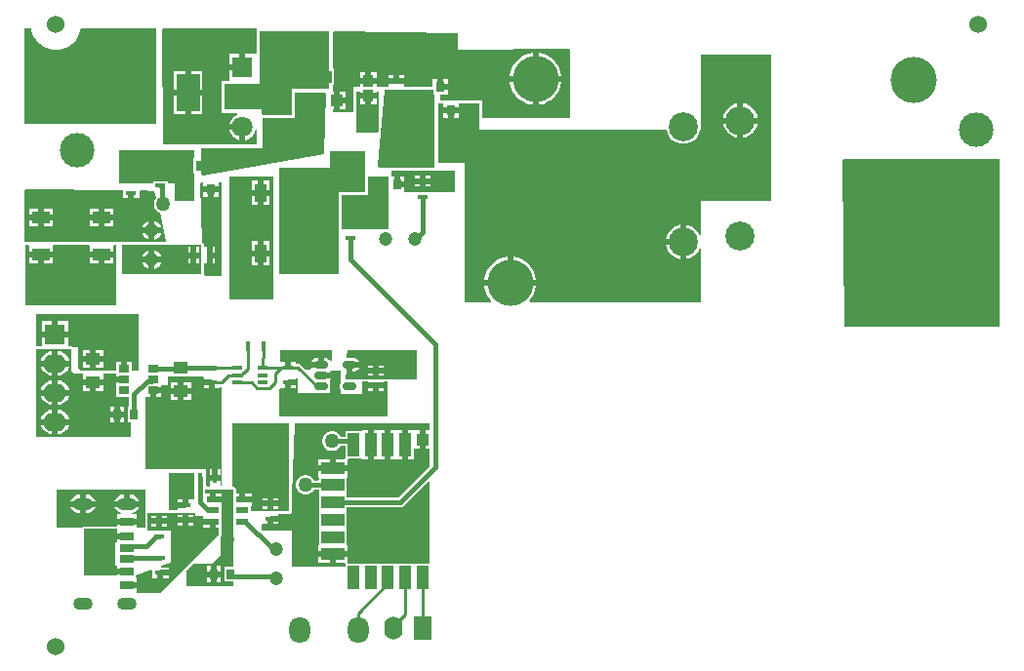
<source format=gbr>
G04*
G04 #@! TF.GenerationSoftware,Altium Limited,Altium Designer,23.0.1 (38)*
G04*
G04 Layer_Physical_Order=1*
G04 Layer_Color=255*
%FSLAX25Y25*%
%MOIN*%
G70*
G04*
G04 #@! TF.SameCoordinates,8278F28E-5B15-4BE8-8149-663F5D52C5DE*
G04*
G04*
G04 #@! TF.FilePolarity,Positive*
G04*
G01*
G75*
%ADD10C,0.01000*%
%ADD16R,0.03543X0.02756*%
%ADD17R,0.03543X0.03937*%
%ADD18R,0.04724X0.02756*%
%ADD19R,0.04724X0.02992*%
%ADD20R,0.04724X0.03150*%
%ADD21R,0.03543X0.01575*%
%ADD22R,0.03543X0.01968*%
%ADD23R,0.03900X0.07900*%
%ADD24R,0.07900X0.03900*%
%ADD25R,0.03900X0.04300*%
%ADD26R,0.03150X0.03543*%
%ADD27R,0.03937X0.03937*%
G04:AMPARAMS|DCode=28|XSize=48.03mil|YSize=23.62mil|CornerRadius=5.91mil|HoleSize=0mil|Usage=FLASHONLY|Rotation=0.000|XOffset=0mil|YOffset=0mil|HoleType=Round|Shape=RoundedRectangle|*
%AMROUNDEDRECTD28*
21,1,0.04803,0.01181,0,0,0.0*
21,1,0.03622,0.02362,0,0,0.0*
1,1,0.01181,0.01811,-0.00591*
1,1,0.01181,-0.01811,-0.00591*
1,1,0.01181,-0.01811,0.00591*
1,1,0.01181,0.01811,0.00591*
%
%ADD28ROUNDEDRECTD28*%
%ADD29R,0.04724X0.03937*%
%ADD30R,0.01575X0.03543*%
%ADD31R,0.03937X0.06102*%
%ADD32R,0.06102X0.03937*%
%ADD33R,0.02559X0.03543*%
%ADD34R,0.04331X0.02362*%
%ADD35R,0.07874X0.12520*%
%ADD62C,0.01500*%
%ADD63O,0.06693X0.04331*%
%ADD64C,0.06000*%
%ADD65C,0.11811*%
%ADD66C,0.09937*%
%ADD67C,0.15748*%
%ADD68R,0.07087X0.07087*%
%ADD69C,0.07087*%
%ADD70R,0.07087X0.07087*%
%ADD71O,0.07874X0.06299*%
%ADD72O,0.07087X0.09055*%
%ADD73R,0.06299X0.07874*%
%ADD74O,0.06299X0.07874*%
%ADD75C,0.04724*%
%ADD76C,0.05000*%
G36*
X49000Y190500D02*
X4000D01*
Y223000D01*
X6260D01*
X6482Y221883D01*
X7135Y220307D01*
X8083Y218888D01*
X9290Y217682D01*
X10708Y216734D01*
X12285Y216081D01*
X13958Y215748D01*
X15664D01*
X17337Y216081D01*
X18914Y216734D01*
X20332Y217682D01*
X21539Y218888D01*
X22487Y220307D01*
X23140Y221883D01*
X23362Y223000D01*
X49000D01*
Y190500D01*
D02*
G37*
G36*
X125000Y189348D02*
X124860Y187860D01*
X124500Y187500D01*
X117500D01*
Y201500D01*
X118728D01*
Y200941D01*
X121500D01*
X124272D01*
Y201500D01*
X125000D01*
Y189348D01*
D02*
G37*
G36*
X108000Y202500D02*
X95500D01*
Y193500D01*
X85500D01*
X85000Y194000D01*
Y195500D01*
X72500D01*
Y204000D01*
X84500D01*
Y222000D01*
X108000D01*
Y202500D01*
D02*
G37*
G36*
X152000Y221500D02*
Y215567D01*
X190145Y215996D01*
X190500Y215644D01*
Y192500D01*
X160500D01*
Y198500D01*
X146000D01*
Y200228D01*
X148575D01*
Y202000D01*
X146000D01*
Y203000D01*
X145000D01*
Y205772D01*
X143425D01*
Y203000D01*
X133772D01*
Y203862D01*
X131000D01*
X128228D01*
Y203000D01*
X124272D01*
Y204059D01*
X121500D01*
X118728D01*
Y203000D01*
X116500D01*
Y194500D01*
X109500D01*
Y195264D01*
X109740D01*
Y198232D01*
Y201201D01*
X109500D01*
Y203000D01*
Y203744D01*
X109756D01*
Y209256D01*
X109500D01*
Y221617D01*
X109855Y221968D01*
X152000Y221500D01*
D02*
G37*
G36*
X259000Y164000D02*
X235000D01*
Y152418D01*
X234500Y152318D01*
X234289Y152827D01*
X233636Y153805D01*
X232805Y154636D01*
X231827Y155289D01*
X230741Y155739D01*
X230000Y155886D01*
Y150000D01*
Y144114D01*
X230741Y144261D01*
X231827Y144711D01*
X232805Y145364D01*
X233636Y146195D01*
X234289Y147173D01*
X234500Y147682D01*
X235000Y147582D01*
Y129500D01*
X176624D01*
X176433Y129962D01*
X176838Y130367D01*
X177809Y131820D01*
X178478Y133435D01*
X178794Y135024D01*
X169945D01*
X161096D01*
X161412Y133435D01*
X162081Y131820D01*
X163052Y130367D01*
X163457Y129962D01*
X163266Y129500D01*
X154500D01*
Y177000D01*
X145500D01*
Y197500D01*
X147165D01*
Y196126D01*
X152315D01*
Y197500D01*
X159500D01*
Y188500D01*
X223274D01*
X223636Y187148D01*
X224394Y185836D01*
X225466Y184764D01*
X226778Y184006D01*
X228242Y183614D01*
X229758D01*
X231222Y184006D01*
X232534Y184764D01*
X233606Y185836D01*
X234364Y187148D01*
X234726Y188500D01*
X235000D01*
Y214000D01*
X259000D01*
Y164000D01*
D02*
G37*
G36*
X83500Y214384D02*
X83043Y214280D01*
X83000Y214280D01*
X79500D01*
Y209736D01*
X78500D01*
Y208736D01*
X73957D01*
Y205500D01*
X73957Y205193D01*
X73537Y205000D01*
X71500D01*
Y194000D01*
X76690D01*
X76756Y193500D01*
X76746Y193498D01*
X75710Y192899D01*
X74865Y192053D01*
X74266Y191017D01*
X74064Y190264D01*
X78500D01*
Y189264D01*
X79500D01*
Y184828D01*
X80254Y185030D01*
X81290Y185628D01*
X82135Y186474D01*
X82734Y187510D01*
X83000Y188504D01*
X83500Y188438D01*
Y183500D01*
X51500D01*
X51004Y222644D01*
X51356Y223000D01*
X83500D01*
Y214384D01*
D02*
G37*
G36*
X143638Y200441D02*
X144000D01*
Y175500D01*
X124871D01*
X124535Y175870D01*
X127000Y202000D01*
X143638D01*
Y200441D01*
D02*
G37*
G36*
X106992Y200642D02*
X106500Y180000D01*
X64883Y172569D01*
X64500Y172889D01*
Y182000D01*
X85500D01*
Y192500D01*
X96500D01*
Y201000D01*
X106642D01*
X106992Y200642D01*
D02*
G37*
G36*
X71500Y138500D02*
X65668D01*
X65303Y139000D01*
Y142297D01*
X65469Y142728D01*
X65803Y142728D01*
X66256D01*
Y145500D01*
Y148272D01*
X65469D01*
X65303Y148703D01*
Y149000D01*
X65242Y149307D01*
X65068Y149568D01*
X64807Y149742D01*
X64658Y149771D01*
X64041Y170141D01*
X64389Y170500D01*
X65165D01*
Y169126D01*
X70315D01*
Y170500D01*
X71500D01*
Y138500D01*
D02*
G37*
G36*
X151000Y167000D02*
X133815D01*
Y168626D01*
X131240D01*
Y169626D01*
X130240D01*
Y172398D01*
X129500D01*
Y174500D01*
X151000D01*
Y167000D01*
D02*
G37*
G36*
X62000Y178559D02*
X61638D01*
Y173441D01*
X62000D01*
Y164000D01*
X55500D01*
Y170000D01*
X53059D01*
Y170819D01*
X47941D01*
Y170000D01*
X36500D01*
Y181500D01*
X62000D01*
Y178559D01*
D02*
G37*
G36*
X128500Y154500D02*
X112303D01*
Y166000D01*
X121500D01*
Y172500D01*
X128500D01*
Y154500D01*
D02*
G37*
G36*
X37728Y167650D02*
Y164957D01*
X39500D01*
Y166744D01*
X41500D01*
Y164957D01*
X43272D01*
Y167217D01*
X43628Y167568D01*
X48500Y167500D01*
X49030Y165180D01*
X48869Y165018D01*
X48437Y164269D01*
X48213Y163433D01*
Y162567D01*
X48437Y161731D01*
X48869Y160982D01*
X49481Y160369D01*
X50228Y159938D01*
X52411Y150391D01*
X52099Y150000D01*
X4000D01*
Y167762D01*
X4356Y168113D01*
X37728Y167650D01*
D02*
G37*
G36*
X35500Y128500D02*
X4500D01*
Y149000D01*
X5251D01*
X5614Y148669D01*
X5614Y148500D01*
Y146701D01*
X13716D01*
Y148500D01*
X13716Y148669D01*
X14080Y149000D01*
X25920D01*
X26283Y148669D01*
X26283Y148500D01*
Y146701D01*
X34386D01*
Y148500D01*
X34386Y148669D01*
X34749Y149000D01*
X35500D01*
Y128500D01*
D02*
G37*
G36*
X120500Y167000D02*
X111500D01*
Y139000D01*
X91000D01*
Y175500D01*
X108500D01*
Y181000D01*
X120500D01*
Y167000D01*
D02*
G37*
G36*
X64500Y139000D02*
X37500D01*
Y149000D01*
X64500D01*
Y139000D01*
D02*
G37*
G36*
X89000Y130500D02*
X74000D01*
Y172500D01*
X89000D01*
Y130500D01*
D02*
G37*
G36*
X337000Y121000D02*
X284087D01*
X283504Y178145D01*
X283855Y178500D01*
X337000D01*
Y121000D01*
D02*
G37*
G36*
X109000Y109291D02*
X108506Y109211D01*
X108155Y109737D01*
X107629Y110089D01*
X107008Y110212D01*
X106197D01*
Y108000D01*
X105197D01*
Y107000D01*
X101846D01*
X101525Y106500D01*
X99852D01*
X98365Y107987D01*
X97939Y108272D01*
X97437Y108372D01*
X96772D01*
Y108846D01*
X95000D01*
Y107059D01*
X93000D01*
Y108846D01*
X91500D01*
Y113000D01*
X109000D01*
Y109291D01*
D02*
G37*
G36*
X43000Y106000D02*
X40772D01*
Y109118D01*
X39000D01*
Y106740D01*
X37000D01*
Y109118D01*
X35228D01*
Y106000D01*
X23500D01*
X22500Y107000D01*
Y114000D01*
X20613D01*
X20568Y114068D01*
X20307Y114242D01*
X20000Y114303D01*
X19043D01*
Y117500D01*
X9957D01*
Y114303D01*
X8197D01*
X8000Y114500D01*
Y125500D01*
X43000D01*
Y106000D01*
D02*
G37*
G36*
X138000Y103000D02*
X114138D01*
X113793Y103362D01*
X113914Y105788D01*
X114000D01*
Y108000D01*
X115000D01*
Y109000D01*
X118351D01*
X118309Y109211D01*
X117958Y109737D01*
X117432Y110089D01*
X116811Y110212D01*
X114498D01*
X114154Y110574D01*
X114275Y113000D01*
X138000D01*
Y103000D01*
D02*
G37*
G36*
X112000Y101811D02*
X111891Y101648D01*
X111784Y101110D01*
Y99929D01*
X111891Y99392D01*
X112000Y99228D01*
Y98000D01*
X119500D01*
Y102197D01*
X121228D01*
Y101882D01*
X124000D01*
X126772D01*
Y102197D01*
X128000D01*
Y90500D01*
X91000D01*
Y99748D01*
X91228Y100154D01*
X93000D01*
Y101941D01*
X94000D01*
Y102941D01*
X96772D01*
Y103500D01*
X97500D01*
Y98500D01*
X108500D01*
Y102500D01*
X108500Y102500D01*
X108500D01*
X108474Y103000D01*
X108506Y103049D01*
X108548Y103260D01*
X105197D01*
Y105260D01*
X108548D01*
X108506Y105471D01*
X108487Y105500D01*
X108754Y106000D01*
X112000D01*
Y101811D01*
D02*
G37*
G36*
X142500Y85590D02*
X140950D01*
Y82440D01*
Y79290D01*
X142500D01*
Y73217D01*
X131806Y62523D01*
X114163D01*
Y63628D01*
X114163Y63692D01*
Y64128D01*
X114163Y64192D01*
X114163Y69413D01*
X114375Y69825D01*
X114375Y70014D01*
Y71775D01*
X104475D01*
Y70014D01*
X104475Y69825D01*
X104688Y69413D01*
X104688Y68854D01*
X104334Y68500D01*
X102930D01*
X102631Y69019D01*
X102018Y69631D01*
X101269Y70063D01*
X100433Y70287D01*
X99567D01*
X98731Y70063D01*
X97982Y69631D01*
X97369Y69019D01*
X96937Y68269D01*
X96713Y67433D01*
Y66567D01*
X96937Y65731D01*
X97369Y64982D01*
X97982Y64369D01*
X98731Y63937D01*
X99567Y63713D01*
X100433D01*
X101269Y63937D01*
X102018Y64369D01*
X102631Y64982D01*
X102852Y65365D01*
X104688D01*
Y64192D01*
X104688Y64128D01*
Y63692D01*
X104688Y63628D01*
Y58282D01*
X104688Y58218D01*
Y57782D01*
X104688Y57718D01*
Y52372D01*
X104688Y52308D01*
Y51872D01*
X104688Y51808D01*
X104688Y46587D01*
X104475Y46175D01*
X104475Y45986D01*
Y44225D01*
X114375D01*
Y45986D01*
X114375Y46175D01*
X114163Y46587D01*
X114163Y46675D01*
Y51808D01*
X114163Y51872D01*
Y52308D01*
X114163Y52372D01*
Y57718D01*
X114163Y57782D01*
Y58218D01*
X114163Y58282D01*
Y59387D01*
X132455D01*
X133055Y59507D01*
X133563Y59847D01*
X142038Y68321D01*
X142500Y68130D01*
Y40097D01*
X137213D01*
Y40097D01*
X136777D01*
Y40097D01*
X131303D01*
Y40097D01*
X130867D01*
Y40097D01*
X125393D01*
Y40097D01*
X124957D01*
Y40097D01*
X119483D01*
Y40097D01*
X119047D01*
Y40097D01*
X114802D01*
X114375Y40275D01*
X114375Y40597D01*
Y42225D01*
X110425D01*
Y40275D01*
X113146D01*
X113573Y40097D01*
X113573Y39775D01*
Y39000D01*
X95500D01*
Y51500D01*
X85000D01*
Y53248D01*
X85228Y53654D01*
X87000D01*
Y55441D01*
X88000D01*
Y56441D01*
X90772D01*
Y57000D01*
X95000D01*
X95019Y57400D01*
X95068Y57432D01*
X95242Y57693D01*
X95303Y58000D01*
Y63258D01*
X96500Y88000D01*
X142500D01*
Y85590D01*
D02*
G37*
G36*
X20000Y106000D02*
X21000Y105000D01*
X24138D01*
Y103126D01*
X27500D01*
X30862D01*
Y105000D01*
X35228D01*
Y104000D01*
X38000D01*
Y102000D01*
X35228D01*
Y100622D01*
X35441D01*
Y97095D01*
X39787D01*
Y93559D01*
X39287D01*
Y88441D01*
X40500D01*
Y83500D01*
X8000D01*
Y113500D01*
X20000D01*
Y106000D01*
D02*
G37*
G36*
X65228Y103728D02*
Y102941D01*
X68000D01*
Y101941D01*
X69000D01*
Y100154D01*
X70772D01*
Y100484D01*
X71060Y100542D01*
X71500Y100182D01*
Y91500D01*
Y66932D01*
X71346Y66843D01*
X71108Y66918D01*
X70846Y67131D01*
Y68500D01*
X69059D01*
X67272D01*
Y67000D01*
X67272Y66728D01*
X66866Y66500D01*
X66354D01*
X66000Y66854D01*
Y72500D01*
X45500D01*
Y91500D01*
Y96882D01*
X46843D01*
Y99260D01*
X47842D01*
Y100260D01*
X50614D01*
Y101000D01*
X53000D01*
Y104000D01*
X64841D01*
X65228Y103728D01*
D02*
G37*
G36*
X62000Y62252D02*
X61772Y61847D01*
X60000D01*
Y60059D01*
X59000D01*
Y59059D01*
X56228D01*
Y58303D01*
X53500D01*
Y71000D01*
X62000D01*
Y62252D01*
D02*
G37*
G36*
X94500Y58000D02*
X81453D01*
Y59799D01*
X81665D01*
Y60980D01*
X78500D01*
Y61980D01*
X77500D01*
Y64161D01*
X76303D01*
Y65500D01*
X76242Y65807D01*
X76068Y66068D01*
X75807Y66242D01*
X75500Y66303D01*
X75000D01*
Y88000D01*
X94500D01*
Y58000D01*
D02*
G37*
G36*
X45500Y52500D02*
X42323D01*
Y53319D01*
X38961D01*
X35598D01*
Y53140D01*
X35247Y52808D01*
X35110Y52803D01*
X24500D01*
X24193Y52742D01*
X23932Y52568D01*
X23887Y52500D01*
X15000D01*
Y65500D01*
X45500D01*
Y52500D01*
D02*
G37*
G36*
X35598Y51972D02*
Y50476D01*
X38961D01*
Y48476D01*
X35598D01*
Y47500D01*
X35000D01*
Y39500D01*
X35598D01*
Y38508D01*
X38961D01*
Y36508D01*
X35598D01*
Y36000D01*
X24500D01*
Y52000D01*
X35110D01*
X35598Y51972D01*
D02*
G37*
G36*
X62500Y56500D02*
X65098D01*
Y55500D01*
X68264D01*
Y54500D01*
X69264D01*
Y52319D01*
X70500D01*
Y49879D01*
X70481Y49845D01*
X50635Y30000D01*
X42785D01*
X42323Y30091D01*
Y31665D01*
X38961D01*
Y33665D01*
X42323D01*
Y35240D01*
X42110D01*
Y36084D01*
X47318Y38018D01*
X47728Y37733D01*
Y35154D01*
X49500D01*
Y36941D01*
X50500D01*
Y37941D01*
X53272D01*
Y38728D01*
X50643D01*
X50555Y39220D01*
X54000Y40500D01*
Y51500D01*
X46000D01*
Y57500D01*
X62500D01*
Y56500D01*
D02*
G37*
G36*
X75500Y39059D02*
X72287D01*
Y33941D01*
X75500D01*
Y32500D01*
X59500D01*
Y37729D01*
X61771Y40000D01*
X68000D01*
X71000Y43000D01*
Y49229D01*
X71048Y49278D01*
X71107Y49365D01*
X71176Y49444D01*
X71195Y49477D01*
X71209Y49518D01*
X71223Y49538D01*
X71224Y49545D01*
X71242Y49571D01*
X71262Y49674D01*
X71296Y49774D01*
X71293Y49827D01*
X71303Y49879D01*
Y52319D01*
X71242Y52626D01*
X71216Y52664D01*
Y56272D01*
Y59799D01*
X71429D01*
Y60980D01*
X68264D01*
Y61980D01*
X67264D01*
Y64161D01*
X65509D01*
Y65500D01*
X75500D01*
Y39059D01*
D02*
G37*
%LPC*%
G36*
X124272Y198941D02*
X122500D01*
Y196973D01*
X124272D01*
Y198941D01*
D02*
G37*
G36*
X120500D02*
X118728D01*
Y196973D01*
X120500D01*
Y198941D01*
D02*
G37*
G36*
X179606Y214558D02*
Y206709D01*
X187455D01*
X187139Y208297D01*
X186470Y209912D01*
X185499Y211366D01*
X184263Y212602D01*
X182810Y213573D01*
X181195Y214242D01*
X179606Y214558D01*
D02*
G37*
G36*
X177606D02*
X176018Y214242D01*
X174403Y213573D01*
X172950Y212602D01*
X171713Y211366D01*
X170742Y209912D01*
X170073Y208297D01*
X169757Y206709D01*
X177606D01*
Y214558D01*
D02*
G37*
G36*
X124272Y208028D02*
X122500D01*
Y206059D01*
X124272D01*
Y208028D01*
D02*
G37*
G36*
X120500D02*
X118728D01*
Y206059D01*
X120500D01*
Y208028D01*
D02*
G37*
G36*
X133772Y206846D02*
X132000D01*
Y205862D01*
X133772D01*
Y206846D01*
D02*
G37*
G36*
X130000D02*
X128228D01*
Y205862D01*
X130000D01*
Y206846D01*
D02*
G37*
G36*
X148575Y205772D02*
X147000D01*
Y204000D01*
X148575D01*
Y205772D01*
D02*
G37*
G36*
X113709Y201201D02*
X111740D01*
Y199232D01*
X113709D01*
Y201201D01*
D02*
G37*
G36*
X187455Y204709D02*
X179606D01*
Y196860D01*
X181195Y197176D01*
X182810Y197845D01*
X184263Y198816D01*
X185499Y200052D01*
X186470Y201505D01*
X187139Y203120D01*
X187455Y204709D01*
D02*
G37*
G36*
X177606D02*
X169757D01*
X170073Y203120D01*
X170742Y201505D01*
X171713Y200052D01*
X172950Y198816D01*
X174403Y197845D01*
X176018Y197176D01*
X177606Y196860D01*
Y204709D01*
D02*
G37*
G36*
X113709Y197232D02*
X111740D01*
Y195264D01*
X113709D01*
Y197232D01*
D02*
G37*
G36*
X249500Y197387D02*
Y192500D01*
X254386D01*
X254239Y193241D01*
X253789Y194327D01*
X253136Y195305D01*
X252305Y196136D01*
X251327Y196789D01*
X250241Y197239D01*
X249500Y197387D01*
D02*
G37*
G36*
X247500D02*
X246759Y197239D01*
X245673Y196789D01*
X244695Y196136D01*
X243864Y195305D01*
X243211Y194327D01*
X242761Y193241D01*
X242614Y192500D01*
X247500D01*
Y197387D01*
D02*
G37*
G36*
X152315Y194126D02*
X150740D01*
Y192354D01*
X152315D01*
Y194126D01*
D02*
G37*
G36*
X148740D02*
X147165D01*
Y192354D01*
X148740D01*
Y194126D01*
D02*
G37*
G36*
X254386Y190500D02*
X249500D01*
Y185614D01*
X250241Y185761D01*
X251327Y186211D01*
X252305Y186864D01*
X253136Y187695D01*
X253789Y188673D01*
X254239Y189759D01*
X254386Y190500D01*
D02*
G37*
G36*
X247500D02*
X242614D01*
X242761Y189759D01*
X243211Y188673D01*
X243864Y187695D01*
X244695Y186864D01*
X245673Y186211D01*
X246759Y185761D01*
X247500Y185614D01*
Y190500D01*
D02*
G37*
G36*
X228000Y155886D02*
X227259Y155739D01*
X226173Y155289D01*
X225195Y154636D01*
X224364Y153805D01*
X223711Y152827D01*
X223261Y151741D01*
X223113Y151000D01*
X228000D01*
Y155886D01*
D02*
G37*
G36*
Y149000D02*
X223113D01*
X223261Y148259D01*
X223711Y147173D01*
X224364Y146195D01*
X225195Y145364D01*
X226173Y144711D01*
X227259Y144261D01*
X228000Y144114D01*
Y149000D01*
D02*
G37*
G36*
X170945Y144873D02*
Y137024D01*
X178794D01*
X178478Y138612D01*
X177809Y140227D01*
X176838Y141681D01*
X175602Y142917D01*
X174148Y143888D01*
X172533Y144557D01*
X170945Y144873D01*
D02*
G37*
G36*
X168945D02*
X167356Y144557D01*
X165742Y143888D01*
X164288Y142917D01*
X163052Y141681D01*
X162081Y140227D01*
X161412Y138612D01*
X161096Y137024D01*
X168945D01*
Y144873D01*
D02*
G37*
G36*
X77500Y214280D02*
X73957D01*
Y210736D01*
X77500D01*
Y214280D01*
D02*
G37*
G36*
X64780Y208260D02*
X60843D01*
Y202000D01*
X64780D01*
Y208260D01*
D02*
G37*
G36*
X58842D02*
X54905D01*
Y202000D01*
X58842D01*
Y208260D01*
D02*
G37*
G36*
X64780Y200000D02*
X60843D01*
Y193740D01*
X64780D01*
Y200000D01*
D02*
G37*
G36*
X58842D02*
X54905D01*
Y193740D01*
X58842D01*
Y200000D01*
D02*
G37*
G36*
X77500Y188264D02*
X74064D01*
X74266Y187510D01*
X74865Y186474D01*
X75710Y185628D01*
X76746Y185030D01*
X77500Y184828D01*
Y188264D01*
D02*
G37*
G36*
X70315Y167126D02*
X68740D01*
Y165354D01*
X70315D01*
Y167126D01*
D02*
G37*
G36*
X66740D02*
X65165D01*
Y165354D01*
X66740D01*
Y167126D01*
D02*
G37*
G36*
X68256Y148272D02*
Y146500D01*
X69043D01*
Y148272D01*
X68256D01*
D02*
G37*
G36*
X69043Y144500D02*
X68256D01*
Y142728D01*
X69043D01*
Y144500D01*
D02*
G37*
G36*
X142772Y172543D02*
X141000D01*
Y171756D01*
X142772D01*
Y172543D01*
D02*
G37*
G36*
X139000D02*
X137228D01*
Y171756D01*
X139000D01*
Y172543D01*
D02*
G37*
G36*
X133815Y172398D02*
X132240D01*
Y170626D01*
X133815D01*
Y172398D01*
D02*
G37*
G36*
X142772Y169756D02*
X141000D01*
Y168968D01*
X142772D01*
Y169756D01*
D02*
G37*
G36*
X139000D02*
X137228D01*
Y168968D01*
X139000D01*
Y169756D01*
D02*
G37*
G36*
X34386Y161268D02*
X31335D01*
Y159299D01*
X34386D01*
Y161268D01*
D02*
G37*
G36*
X29335D02*
X26283D01*
Y159299D01*
X29335D01*
Y161268D01*
D02*
G37*
G36*
X13716D02*
X10665D01*
Y159299D01*
X13716D01*
Y161268D01*
D02*
G37*
G36*
X8665D02*
X5614D01*
Y159299D01*
X8665D01*
Y161268D01*
D02*
G37*
G36*
X34386Y157299D02*
X31335D01*
Y155331D01*
X34386D01*
Y157299D01*
D02*
G37*
G36*
X29335D02*
X26283D01*
Y155331D01*
X29335D01*
Y157299D01*
D02*
G37*
G36*
X13716D02*
X10665D01*
Y155331D01*
X13716D01*
Y157299D01*
D02*
G37*
G36*
X8665D02*
X5614D01*
Y155331D01*
X8665D01*
Y157299D01*
D02*
G37*
G36*
X48500Y157213D02*
Y155000D01*
X50713D01*
X50633Y155298D01*
X50190Y156064D01*
X49564Y156690D01*
X48798Y157133D01*
X48500Y157213D01*
D02*
G37*
G36*
X46500Y157213D02*
X46202Y157133D01*
X45436Y156690D01*
X44810Y156064D01*
X44367Y155298D01*
X44287Y155000D01*
X46500D01*
Y157213D01*
D02*
G37*
G36*
X50713Y153000D02*
X48500D01*
Y150787D01*
X48798Y150867D01*
X49564Y151310D01*
X50190Y151936D01*
X50633Y152702D01*
X50713Y153000D01*
D02*
G37*
G36*
X46500D02*
X44287D01*
X44367Y152702D01*
X44810Y151936D01*
X45436Y151310D01*
X46202Y150867D01*
X46500Y150787D01*
Y153000D01*
D02*
G37*
G36*
X34386Y144701D02*
X31335D01*
Y142732D01*
X34386D01*
Y144701D01*
D02*
G37*
G36*
X29335D02*
X26283D01*
Y142732D01*
X29335D01*
Y144701D01*
D02*
G37*
G36*
X13716D02*
X10665D01*
Y142732D01*
X13716D01*
Y144701D01*
D02*
G37*
G36*
X8665D02*
X5614D01*
Y142732D01*
X8665D01*
Y144701D01*
D02*
G37*
G36*
X63532Y148272D02*
X62744D01*
Y146500D01*
X63532D01*
Y148272D01*
D02*
G37*
G36*
X60744D02*
X59957D01*
Y146500D01*
X60744D01*
Y148272D01*
D02*
G37*
G36*
X48500Y147213D02*
Y145000D01*
X50713D01*
X50633Y145298D01*
X50190Y146064D01*
X49564Y146690D01*
X48798Y147133D01*
X48500Y147213D01*
D02*
G37*
G36*
X46500Y147213D02*
X46202Y147133D01*
X45436Y146690D01*
X44810Y146064D01*
X44367Y145298D01*
X44287Y145000D01*
X46500D01*
Y147213D01*
D02*
G37*
G36*
X63532Y144500D02*
X62744D01*
Y142728D01*
X63532D01*
Y144500D01*
D02*
G37*
G36*
X60744D02*
X59957D01*
Y142728D01*
X60744D01*
Y144500D01*
D02*
G37*
G36*
X50713Y143000D02*
X48500D01*
Y140787D01*
X48798Y140867D01*
X49564Y141310D01*
X50190Y141936D01*
X50633Y142702D01*
X50713Y143000D01*
D02*
G37*
G36*
X46500D02*
X44287D01*
X44367Y142702D01*
X44810Y141936D01*
X45436Y141310D01*
X46202Y140867D01*
X46500Y140787D01*
Y143000D01*
D02*
G37*
G36*
X87669Y170886D02*
X85701D01*
Y167835D01*
X87669D01*
Y170886D01*
D02*
G37*
G36*
X83701D02*
X81732D01*
Y167835D01*
X83701D01*
Y170886D01*
D02*
G37*
G36*
X87669Y165835D02*
X85701D01*
Y162784D01*
X87669D01*
Y165835D01*
D02*
G37*
G36*
X83701D02*
X81732D01*
Y162784D01*
X83701D01*
Y165835D01*
D02*
G37*
G36*
X87669Y150216D02*
X85701D01*
Y147165D01*
X87669D01*
Y150216D01*
D02*
G37*
G36*
X83701D02*
X81732D01*
Y147165D01*
X83701D01*
Y150216D01*
D02*
G37*
G36*
X87669Y145165D02*
X85701D01*
Y142114D01*
X87669D01*
Y145165D01*
D02*
G37*
G36*
X83701D02*
X81732D01*
Y142114D01*
X83701D01*
Y145165D01*
D02*
G37*
G36*
X104197Y110212D02*
X103386D01*
X102765Y110089D01*
X102239Y109737D01*
X101888Y109211D01*
X101846Y109000D01*
X104197D01*
Y110212D01*
D02*
G37*
G36*
X19043Y123043D02*
X15500D01*
Y119500D01*
X19043D01*
Y123043D01*
D02*
G37*
G36*
X13500D02*
X9957D01*
Y119500D01*
X13500D01*
Y123043D01*
D02*
G37*
G36*
X30862Y112969D02*
X28500D01*
Y111000D01*
X30862D01*
Y112969D01*
D02*
G37*
G36*
X26500D02*
X24138D01*
Y111000D01*
X26500D01*
Y112969D01*
D02*
G37*
G36*
X30862Y109000D02*
X28500D01*
Y107032D01*
X30862D01*
Y109000D01*
D02*
G37*
G36*
X26500D02*
X24138D01*
Y107032D01*
X26500D01*
Y109000D01*
D02*
G37*
G36*
X126772Y107787D02*
X125000D01*
Y107000D01*
X126772D01*
Y107787D01*
D02*
G37*
G36*
X123000D02*
X121228D01*
Y107000D01*
X123000D01*
Y107787D01*
D02*
G37*
G36*
X118351Y107000D02*
X116000D01*
Y105788D01*
X116811D01*
X117432Y105911D01*
X117958Y106263D01*
X118309Y106789D01*
X118351Y107000D01*
D02*
G37*
G36*
X126772Y105000D02*
X125000D01*
Y104213D01*
X126772D01*
Y105000D01*
D02*
G37*
G36*
X123000D02*
X121228D01*
Y104213D01*
X123000D01*
Y105000D01*
D02*
G37*
G36*
X96772Y100941D02*
X95000D01*
Y100154D01*
X96772D01*
Y100941D01*
D02*
G37*
G36*
X126772Y99882D02*
X125000D01*
Y99094D01*
X126772D01*
Y99882D01*
D02*
G37*
G36*
X123000D02*
X121228D01*
Y99094D01*
X123000D01*
Y99882D01*
D02*
G37*
G36*
X137000Y85590D02*
X136500Y85590D01*
X135040D01*
Y80640D01*
Y75690D01*
X136990D01*
Y78794D01*
X137000Y79290D01*
X137490Y79290D01*
X138950D01*
Y82440D01*
Y85590D01*
X137490D01*
X137000Y85590D01*
D02*
G37*
G36*
X131090D02*
X130590Y85590D01*
X129130D01*
Y80640D01*
Y75690D01*
X130590D01*
X131080Y75690D01*
X131580Y75690D01*
X133040D01*
Y80640D01*
Y85590D01*
X131580D01*
X131090Y85590D01*
D02*
G37*
G36*
X125180D02*
X124680Y85590D01*
X123220D01*
Y80640D01*
Y75690D01*
X124680D01*
X125170Y75690D01*
X125670Y75690D01*
X127130D01*
Y80640D01*
Y85590D01*
X125670D01*
X125180Y85590D01*
D02*
G37*
G36*
X119270D02*
X118858Y85377D01*
X118770Y85377D01*
X113573D01*
Y83471D01*
X111986D01*
X111725Y83922D01*
X111114Y84534D01*
X110364Y84967D01*
X109528Y85191D01*
X108662D01*
X107826Y84967D01*
X107076Y84534D01*
X106464Y83922D01*
X106032Y83172D01*
X105807Y82336D01*
Y81471D01*
X106032Y80634D01*
X106464Y79885D01*
X107076Y79273D01*
X107826Y78840D01*
X108662Y78616D01*
X109528D01*
X110364Y78840D01*
X111114Y79273D01*
X111725Y79885D01*
X111986Y80336D01*
X113573D01*
X113573Y75903D01*
X113146Y75725D01*
X110425D01*
Y73775D01*
X114375D01*
Y75403D01*
X114375Y75725D01*
X114802Y75903D01*
X118858Y75903D01*
X119270Y75690D01*
X119459Y75690D01*
X121220D01*
Y80640D01*
Y85590D01*
X119459D01*
X119270Y85590D01*
D02*
G37*
G36*
X108425Y75725D02*
X104475D01*
Y73775D01*
X108425D01*
Y75725D01*
D02*
G37*
G36*
X90772Y54441D02*
X89000D01*
Y53654D01*
X90772D01*
Y54441D01*
D02*
G37*
G36*
X108425Y42225D02*
X104475D01*
Y40275D01*
X108425D01*
Y42225D01*
D02*
G37*
G36*
X15500Y112657D02*
Y109500D01*
X19341D01*
X19330Y109583D01*
X18912Y110593D01*
X18247Y111460D01*
X17380Y112125D01*
X16371Y112543D01*
X15500Y112657D01*
D02*
G37*
G36*
X13500D02*
X12629Y112543D01*
X11620Y112125D01*
X10753Y111460D01*
X10088Y110593D01*
X9670Y109583D01*
X9659Y109500D01*
X13500D01*
Y112657D01*
D02*
G37*
G36*
X19341Y107500D02*
X15500D01*
Y104343D01*
X16371Y104457D01*
X17380Y104875D01*
X18247Y105541D01*
X18912Y106407D01*
X19330Y107417D01*
X19341Y107500D01*
D02*
G37*
G36*
X13500D02*
X9659D01*
X9670Y107417D01*
X10088Y106407D01*
X10753Y105541D01*
X11620Y104875D01*
X12629Y104457D01*
X13500Y104343D01*
Y107500D01*
D02*
G37*
G36*
X15500Y102657D02*
Y99500D01*
X19341D01*
X19330Y99583D01*
X18912Y100593D01*
X18247Y101460D01*
X17380Y102125D01*
X16371Y102543D01*
X15500Y102657D01*
D02*
G37*
G36*
X13500D02*
X12629Y102543D01*
X11620Y102125D01*
X10753Y101460D01*
X10088Y100593D01*
X9670Y99583D01*
X9659Y99500D01*
X13500D01*
Y102657D01*
D02*
G37*
G36*
X30862Y101126D02*
X28500D01*
Y99158D01*
X30862D01*
Y101126D01*
D02*
G37*
G36*
X26500D02*
X24138D01*
Y99158D01*
X26500D01*
Y101126D01*
D02*
G37*
G36*
X19341Y97500D02*
X15500D01*
Y94343D01*
X16371Y94457D01*
X17380Y94875D01*
X18247Y95540D01*
X18912Y96407D01*
X19330Y97417D01*
X19341Y97500D01*
D02*
G37*
G36*
X13500D02*
X9659D01*
X9670Y97417D01*
X10088Y96407D01*
X10753Y95540D01*
X11620Y94875D01*
X12629Y94457D01*
X13500Y94343D01*
Y97500D01*
D02*
G37*
G36*
X37925Y93772D02*
X36646D01*
Y92000D01*
X37925D01*
Y93772D01*
D02*
G37*
G36*
X34646D02*
X33366D01*
Y92000D01*
X34646D01*
Y93772D01*
D02*
G37*
G36*
X15500Y92657D02*
Y89500D01*
X19341D01*
X19330Y89583D01*
X18912Y90593D01*
X18247Y91460D01*
X17380Y92125D01*
X16371Y92543D01*
X15500Y92657D01*
D02*
G37*
G36*
X13500D02*
X12629Y92543D01*
X11620Y92125D01*
X10753Y91460D01*
X10088Y90593D01*
X9670Y89583D01*
X9659Y89500D01*
X13500D01*
Y92657D01*
D02*
G37*
G36*
X37925Y90000D02*
X36646D01*
Y88228D01*
X37925D01*
Y90000D01*
D02*
G37*
G36*
X34646D02*
X33366D01*
Y88228D01*
X34646D01*
Y90000D01*
D02*
G37*
G36*
X19341Y87500D02*
X15500D01*
Y84343D01*
X16371Y84457D01*
X17380Y84875D01*
X18247Y85540D01*
X18912Y86407D01*
X19330Y87417D01*
X19341Y87500D01*
D02*
G37*
G36*
X13500D02*
X9659D01*
X9670Y87417D01*
X10088Y86407D01*
X10753Y85540D01*
X11620Y84875D01*
X12629Y84457D01*
X13500Y84343D01*
Y87500D01*
D02*
G37*
G36*
X67000Y100941D02*
X65228D01*
Y100154D01*
X67000D01*
Y100941D01*
D02*
G37*
G36*
X60862Y102032D02*
X58500D01*
Y100063D01*
X60862D01*
Y102032D01*
D02*
G37*
G36*
X56500D02*
X54138D01*
Y100063D01*
X56500D01*
Y102032D01*
D02*
G37*
G36*
X50614Y98260D02*
X48842D01*
Y96882D01*
X50614D01*
Y98260D01*
D02*
G37*
G36*
X60862Y98063D02*
X58500D01*
Y96095D01*
X60862D01*
Y98063D01*
D02*
G37*
G36*
X56500D02*
X54138D01*
Y96095D01*
X56500D01*
Y98063D01*
D02*
G37*
G36*
X70846Y72272D02*
X70059D01*
Y70500D01*
X70846D01*
Y72272D01*
D02*
G37*
G36*
X68059D02*
X67272D01*
Y70500D01*
X68059D01*
Y72272D01*
D02*
G37*
G36*
X58000Y61847D02*
X56228D01*
Y61059D01*
X58000D01*
Y61847D01*
D02*
G37*
G36*
X81665Y64161D02*
X79500D01*
Y62980D01*
X81665D01*
Y64161D01*
D02*
G37*
G36*
X90772Y62347D02*
X89000D01*
Y61559D01*
X90772D01*
Y62347D01*
D02*
G37*
G36*
X87000D02*
X85228D01*
Y61559D01*
X87000D01*
Y62347D01*
D02*
G37*
G36*
X90772Y59559D02*
X89000D01*
Y58772D01*
X90772D01*
Y59559D01*
D02*
G37*
G36*
X87000D02*
X85228D01*
Y58772D01*
X87000D01*
Y59559D01*
D02*
G37*
G36*
X40142Y63693D02*
X39961D01*
Y61500D01*
X43154D01*
X42907Y62096D01*
X42399Y62758D01*
X41738Y63265D01*
X40968Y63584D01*
X40142Y63693D01*
D02*
G37*
G36*
X37961D02*
X37780D01*
X36953Y63584D01*
X36183Y63265D01*
X35522Y62758D01*
X35015Y62096D01*
X34768Y61500D01*
X37961D01*
Y63693D01*
D02*
G37*
G36*
X25181D02*
X25000D01*
Y61500D01*
X28193D01*
X27946Y62096D01*
X27439Y62758D01*
X26777Y63265D01*
X26007Y63584D01*
X25181Y63693D01*
D02*
G37*
G36*
X23000D02*
X22819D01*
X21993Y63584D01*
X21223Y63265D01*
X20561Y62758D01*
X20054Y62096D01*
X19807Y61500D01*
X23000D01*
Y63693D01*
D02*
G37*
G36*
X28193Y59500D02*
X25000D01*
Y57307D01*
X25181D01*
X26007Y57416D01*
X26777Y57735D01*
X27439Y58242D01*
X27946Y58904D01*
X28193Y59500D01*
D02*
G37*
G36*
X23000D02*
X19807D01*
X20054Y58904D01*
X20561Y58242D01*
X21223Y57735D01*
X21993Y57416D01*
X22819Y57307D01*
X23000D01*
Y59500D01*
D02*
G37*
G36*
X43154D02*
X34768D01*
X35015Y58904D01*
X35522Y58242D01*
X36183Y57735D01*
X36953Y57416D01*
X37124Y57394D01*
X37091Y56894D01*
X35598D01*
Y55319D01*
X38961D01*
X42323D01*
Y56894D01*
X40830D01*
X40798Y57394D01*
X40968Y57416D01*
X41738Y57735D01*
X42399Y58242D01*
X42907Y58904D01*
X43154Y59500D01*
D02*
G37*
G36*
X61772Y56728D02*
X60000D01*
Y55941D01*
X61772D01*
Y56728D01*
D02*
G37*
G36*
X58000D02*
X56228D01*
Y55941D01*
X58000D01*
Y56728D01*
D02*
G37*
G36*
X52772Y56346D02*
X51000D01*
Y55559D01*
X52772D01*
Y56346D01*
D02*
G37*
G36*
X49000D02*
X47228D01*
Y55559D01*
X49000D01*
Y56346D01*
D02*
G37*
G36*
X61772Y53941D02*
X60000D01*
Y53154D01*
X61772D01*
Y53941D01*
D02*
G37*
G36*
X58000D02*
X56228D01*
Y53154D01*
X58000D01*
Y53941D01*
D02*
G37*
G36*
X52772Y53559D02*
X51000D01*
Y52772D01*
X52772D01*
Y53559D01*
D02*
G37*
G36*
X49000D02*
X47228D01*
Y52772D01*
X49000D01*
Y53559D01*
D02*
G37*
G36*
X67264Y53500D02*
X65098D01*
Y52319D01*
X67264D01*
Y53500D01*
D02*
G37*
G36*
X53272Y35941D02*
X51500D01*
Y35154D01*
X53272D01*
Y35941D01*
D02*
G37*
G36*
X71429Y64161D02*
X69264D01*
Y62980D01*
X71429D01*
Y64161D01*
D02*
G37*
G36*
X70925Y39272D02*
X69646D01*
Y37500D01*
X70925D01*
Y39272D01*
D02*
G37*
G36*
X67646D02*
X66366D01*
Y37500D01*
X67646D01*
Y39272D01*
D02*
G37*
G36*
X70925Y35500D02*
X69646D01*
Y33728D01*
X70925D01*
Y35500D01*
D02*
G37*
G36*
X67646D02*
X66366D01*
Y33728D01*
X67646D01*
Y35500D01*
D02*
G37*
%LPD*%
D10*
X139950Y18050D02*
Y35360D01*
Y18050D02*
X140000Y18000D01*
X130000Y18787D02*
X134040Y22827D01*
X130000Y18000D02*
Y18787D01*
X134040Y22827D02*
Y35360D01*
X117842Y23073D02*
X128130Y33360D01*
X117842Y17500D02*
Y23073D01*
X128130Y33360D02*
Y35360D01*
X97437Y107059D02*
X103976Y100520D01*
X105197D01*
X94000Y107059D02*
X97437D01*
X80441Y106685D02*
Y114500D01*
X78967Y105211D02*
X80441Y106685D01*
X78711Y105211D02*
X78967D01*
X78000Y104500D02*
X78711Y105211D01*
X76898Y104500D02*
X78000D01*
X76839Y104441D02*
X76898Y104500D01*
X68000Y101941D02*
X71219D01*
X73719Y104441D01*
X76839D01*
Y101882D02*
X81582D01*
X91611Y107000D02*
X91670Y107059D01*
X89649Y105038D02*
X91611Y107000D01*
X85500D02*
X91611D01*
X91670Y107059D02*
X94000D01*
X89649Y102114D02*
Y105038D01*
X87629Y100093D02*
X89649Y102114D01*
X83371Y100093D02*
X87629D01*
X81582Y101882D02*
X83371Y100093D01*
X69043Y107000D02*
X76839D01*
X85500Y110259D02*
X85559Y110318D01*
X85500Y107000D02*
Y110259D01*
X85559Y110318D02*
Y114500D01*
D16*
X38000Y99260D02*
D03*
Y103000D02*
D03*
Y106740D02*
D03*
X47842D02*
D03*
Y99260D02*
D03*
Y103000D02*
D03*
D17*
X121500Y205059D02*
D03*
Y199941D02*
D03*
D18*
X38961Y41524D02*
D03*
Y45461D02*
D03*
D19*
Y37508D02*
D03*
Y49476D02*
D03*
D20*
Y32665D02*
D03*
Y54319D02*
D03*
D21*
X85331Y107059D02*
D03*
Y104500D02*
D03*
Y101941D02*
D03*
X76669Y107059D02*
D03*
Y104500D02*
D03*
Y101941D02*
D03*
X124000Y100882D02*
D03*
Y106000D02*
D03*
X140000Y170756D02*
D03*
Y165244D02*
D03*
X114500Y169756D02*
D03*
Y164244D02*
D03*
X115500Y151244D02*
D03*
Y156756D02*
D03*
X40500Y166744D02*
D03*
Y172256D02*
D03*
X50500Y169244D02*
D03*
Y174756D02*
D03*
X94000Y101941D02*
D03*
Y107059D02*
D03*
X68000Y101941D02*
D03*
Y107059D02*
D03*
X50000Y49441D02*
D03*
Y54559D02*
D03*
X50500Y42059D02*
D03*
Y36941D02*
D03*
X59000Y54941D02*
D03*
Y60059D02*
D03*
X88000Y60559D02*
D03*
Y55441D02*
D03*
D22*
X90000Y195862D02*
D03*
Y191138D02*
D03*
X131000Y204862D02*
D03*
Y200138D02*
D03*
D23*
X139950Y35360D02*
D03*
X134040D02*
D03*
X128130D02*
D03*
X122220D02*
D03*
X116310D02*
D03*
Y80640D02*
D03*
X122220D02*
D03*
X128130D02*
D03*
X134040D02*
D03*
D24*
X109425Y43225D02*
D03*
Y49135D02*
D03*
Y55045D02*
D03*
Y60955D02*
D03*
Y66865D02*
D03*
Y72775D02*
D03*
D25*
X139950Y82440D02*
D03*
D26*
X142260Y195126D02*
D03*
X149740D02*
D03*
X146000Y203000D02*
D03*
X127500Y177500D02*
D03*
X131240Y169626D02*
D03*
X123760D02*
D03*
X64000Y176000D02*
D03*
X67740Y168126D02*
D03*
X60260D02*
D03*
D27*
X103260Y198232D02*
D03*
X110740D02*
D03*
X107000Y206500D02*
D03*
D28*
X105197Y108000D02*
D03*
Y104260D02*
D03*
Y100520D02*
D03*
X115000D02*
D03*
Y108000D02*
D03*
D29*
X27500Y102126D02*
D03*
Y110000D02*
D03*
X57500Y99063D02*
D03*
Y106937D02*
D03*
D30*
X67256Y145500D02*
D03*
X61744D02*
D03*
X69059Y69500D02*
D03*
X63941D02*
D03*
X85559Y114500D02*
D03*
X80441D02*
D03*
D31*
X97299Y166835D02*
D03*
Y146165D02*
D03*
X84701Y166835D02*
D03*
Y146165D02*
D03*
D32*
X9665Y158299D02*
D03*
X30335D02*
D03*
X9665Y145701D02*
D03*
X30335D02*
D03*
D33*
X35646Y91000D02*
D03*
X41354D02*
D03*
X68646Y36500D02*
D03*
X74354D02*
D03*
D34*
X68264Y61980D02*
D03*
Y58240D02*
D03*
Y54500D02*
D03*
X78500Y58240D02*
D03*
Y54500D02*
D03*
Y61980D02*
D03*
D35*
X59842Y201000D02*
D03*
X40157D02*
D03*
D62*
X115500Y144000D02*
X144500Y115000D01*
X132455Y60955D02*
X144500Y73000D01*
Y115000D01*
X109425Y60955D02*
X132455D01*
X115500Y144000D02*
Y151244D01*
X109095Y81903D02*
X115110D01*
X116310Y80640D02*
Y80703D01*
X115110Y81903D02*
X116310Y80703D01*
X100067Y66932D02*
X109358D01*
X109425Y66865D01*
X100000Y67000D02*
X100067Y66932D01*
X129520Y18480D02*
X130000Y18000D01*
X50963Y169244D02*
X51000Y169207D01*
X50500Y169244D02*
X50963D01*
X51000Y163500D02*
Y169207D01*
Y163500D02*
X51500Y163000D01*
X137500Y151000D02*
X140000Y153500D01*
Y165244D01*
X74884Y35617D02*
X89383D01*
X74354Y36147D02*
X74884Y35617D01*
X74354Y36147D02*
Y36500D01*
X89383Y35617D02*
X90000Y35000D01*
X68984Y107059D02*
X69043Y107000D01*
X68000Y107059D02*
X68984D01*
X45872Y102372D02*
X47215D01*
X41354Y91000D02*
Y97854D01*
X47215Y102372D02*
X47842Y103000D01*
X41354Y97854D02*
X45872Y102372D01*
X57402Y106839D02*
X57500Y106937D01*
X47842Y106740D02*
X47941Y106839D01*
X57402D01*
X57500Y106937D02*
X66894D01*
X67016Y107059D01*
X68000D01*
X103976Y108000D02*
X105197D01*
X39014Y42045D02*
X50486D01*
X39000Y42031D02*
X39014Y42045D01*
X50486D02*
X50500Y42059D01*
X39000Y45968D02*
X45543D01*
X49016Y49441D01*
X50000D01*
X66329Y58671D02*
X67833D01*
X63941Y61059D02*
X66329Y58671D01*
X63941Y61059D02*
Y69500D01*
X67833Y58671D02*
X68264Y58240D01*
X88367Y45617D02*
X89383D01*
X90000Y45000D01*
X78500Y54500D02*
X79484D01*
X88367Y45617D01*
D63*
X38961Y60500D02*
D03*
Y26484D02*
D03*
X24000Y60500D02*
D03*
Y26484D02*
D03*
D64*
X14811Y224410D02*
D03*
X329772D02*
D03*
X14811Y11811D02*
D03*
D65*
X22000Y181315D02*
D03*
Y200842D02*
D03*
X329000Y188342D02*
D03*
Y168815D02*
D03*
D66*
X248500Y152130D02*
D03*
Y191500D02*
D03*
X229000Y189370D02*
D03*
Y150000D02*
D03*
D67*
X298894Y135791D02*
D03*
X307555Y205476D02*
D03*
X178606Y205709D02*
D03*
X169945Y136024D02*
D03*
D68*
X78500Y209736D02*
D03*
D69*
Y189264D02*
D03*
Y199500D02*
D03*
D70*
X14500Y118500D02*
D03*
D71*
Y108500D02*
D03*
Y98500D02*
D03*
Y88500D02*
D03*
D72*
X117842Y17500D02*
D03*
X98158D02*
D03*
D73*
X140000Y18000D02*
D03*
D74*
X130000D02*
D03*
D75*
X137500Y151000D02*
D03*
X127500D02*
D03*
X47500Y144000D02*
D03*
Y154000D02*
D03*
X90000Y45000D02*
D03*
Y35000D02*
D03*
D76*
X30500Y39000D02*
D03*
X31000Y49000D02*
D03*
X73500Y48500D02*
D03*
X134500Y70500D02*
D03*
X105000Y170000D02*
D03*
X125500Y70000D02*
D03*
X120500Y192000D02*
D03*
X51500Y163000D02*
D03*
X109095Y81903D02*
D03*
X38000Y115000D02*
D03*
X27500Y120000D02*
D03*
X101500Y213500D02*
D03*
X89000Y212000D02*
D03*
X146000Y170000D02*
D03*
X81000Y136000D02*
D03*
X48500Y92500D02*
D03*
X57500Y91500D02*
D03*
X58000Y76500D02*
D03*
X79000Y70000D02*
D03*
X88500Y79000D02*
D03*
X132500Y107000D02*
D03*
X100000Y67000D02*
D03*
X31000Y134000D02*
D03*
X18500Y134500D02*
D03*
X68000Y156500D02*
D03*
X101500Y95500D02*
D03*
X67500Y96000D02*
D03*
X97500Y54500D02*
D03*
X100000Y74500D02*
D03*
X57500Y42000D02*
D03*
Y67500D02*
D03*
X63000Y36500D02*
D03*
M02*

</source>
